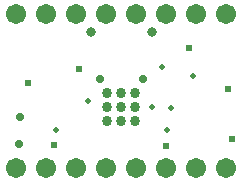
<source format=gbs>
%FSLAX44Y44*%
%MOMM*%
G71*
G01*
G75*
G04 Layer_Color=16711935*
%ADD10C,0.2540*%
%ADD11C,1.0000*%
%ADD12R,1.4000X1.1000*%
%ADD13R,1.7000X1.1000*%
%ADD14R,0.5000X0.6000*%
%ADD15R,0.6000X0.5000*%
%ADD16O,1.1500X0.3000*%
%ADD17O,0.3000X1.1500*%
%ADD18R,3.1500X3.1500*%
%ADD19R,0.9000X1.0000*%
%ADD20R,0.9000X1.1000*%
%ADD21C,0.4000*%
%ADD22C,0.3000*%
%ADD23C,1.5000*%
%ADD24C,0.3000*%
%ADD25C,0.4000*%
%ADD26C,0.5000*%
%ADD27C,0.6000*%
%ADD28C,0.6600*%
%ADD29R,6.5500X4.6000*%
%ADD30C,0.2500*%
%ADD31C,0.1000*%
%ADD32C,0.2000*%
%ADD33C,0.1500*%
%ADD34R,1.6032X1.3032*%
%ADD35R,1.9032X1.3032*%
%ADD36R,0.7032X0.8032*%
%ADD37R,0.8032X0.7032*%
%ADD38O,1.3532X0.5032*%
%ADD39O,0.5032X1.3532*%
%ADD40R,3.3532X3.3532*%
%ADD41R,1.1032X1.2032*%
%ADD42R,1.1032X1.3032*%
%ADD43C,1.7032*%
%ADD44C,0.5032*%
%ADD45C,0.6032*%
%ADD46C,0.7032*%
%ADD47C,0.8032*%
%ADD48C,0.8632*%
D43*
X10348Y12282D02*
D03*
X35748D02*
D03*
X61148D02*
D03*
X86548D02*
D03*
X111948D02*
D03*
X137348D02*
D03*
X162748D02*
D03*
X188148D02*
D03*
Y142282D02*
D03*
X137348D02*
D03*
X111948D02*
D03*
X86548D02*
D03*
X61148D02*
D03*
X35748D02*
D03*
X10348D02*
D03*
X162748D02*
D03*
D44*
X126000Y63250D02*
D03*
X71500Y68250D02*
D03*
X142000Y63000D02*
D03*
X133768Y97662D02*
D03*
X160462Y89474D02*
D03*
X44018Y43912D02*
D03*
X138429Y44000D02*
D03*
D45*
X43000Y31000D02*
D03*
X64250Y95500D02*
D03*
X190256Y78844D02*
D03*
X192974Y36896D02*
D03*
X157018Y113912D02*
D03*
X21018Y83912D02*
D03*
X137348Y30652D02*
D03*
D46*
X117750Y87250D02*
D03*
X81268Y87162D02*
D03*
X13250Y32000D02*
D03*
X13500Y55500D02*
D03*
D47*
X73848Y126692D02*
D03*
X125918Y126692D02*
D03*
D48*
X87248Y75312D02*
D03*
X99248D02*
D03*
X111248D02*
D03*
X87248Y63312D02*
D03*
X99248D02*
D03*
X111248D02*
D03*
X87248Y51312D02*
D03*
X99248D02*
D03*
X111248D02*
D03*
M02*

</source>
